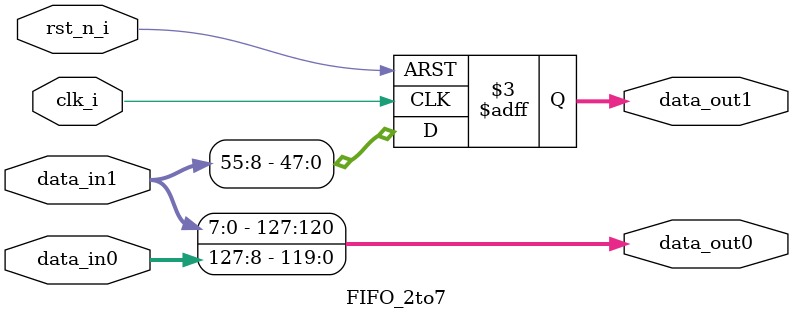
<source format=v>
module FIFO_2to7 (
    input                             clk_i    ,
    input                             rst_n_i  ,
    input  wire [   OUTPUT_WIDTH-1:0] data_in0 ,
    input  wire [STAGE_OUT_WIDTH-1:0] data_in1 ,
    output wire [   OUTPUT_WIDTH-1:0] data_out0,
    output reg  [STAGE_OUT_WIDTH-9:0] data_out1
);

    parameter OUTPUT_WIDTH    = 128;
    parameter STAGE_OUT_WIDTH = 56 ;

    always@(posedge clk_i or negedge rst_n_i)
        begin
            if(!rst_n_i)
                begin
                    data_out1 <= 0;
                end
            else
                begin
                    data_out1 <= data_in1[55:8];
                end
        end

    assign data_out0 = { data_in1[7:0] , data_in0[127:8] };

endmodule


</source>
